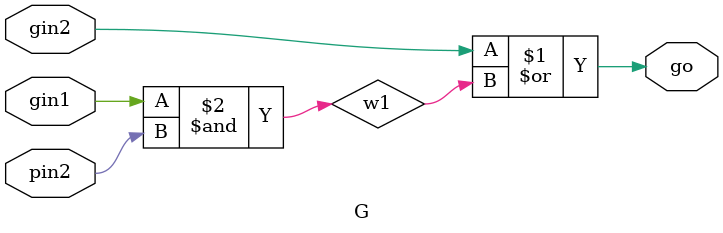
<source format=v>
module G(go,gin1,pin2,gin2);
input gin1,pin2,gin2;
output go;
wire w1;

or g3 (go,gin2,w1);
and g2 (w1,gin1,pin2);

endmodule

</source>
